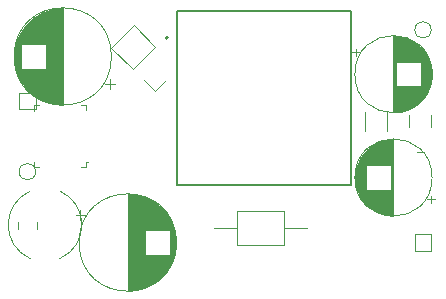
<source format=gbr>
%TF.GenerationSoftware,KiCad,Pcbnew,(5.1.12)-1*%
%TF.CreationDate,2022-05-04T12:53:07+05:30*%
%TF.ProjectId,5V3.5W,3556332e-3557-42e6-9b69-6361645f7063,rev?*%
%TF.SameCoordinates,Original*%
%TF.FileFunction,Legend,Top*%
%TF.FilePolarity,Positive*%
%FSLAX46Y46*%
G04 Gerber Fmt 4.6, Leading zero omitted, Abs format (unit mm)*
G04 Created by KiCad (PCBNEW (5.1.12)-1) date 2022-05-04 12:53:07*
%MOMM*%
%LPD*%
G01*
G04 APERTURE LIST*
%ADD10C,0.120000*%
%ADD11C,0.100000*%
%ADD12C,0.127000*%
%ADD13C,0.200000*%
G04 APERTURE END LIST*
D10*
%TO.C,C1*%
X100990302Y-155285000D02*
X100990302Y-156085000D01*
X100590302Y-155685000D02*
X101390302Y-155685000D01*
X109081000Y-157467000D02*
X109081000Y-158533000D01*
X109041000Y-157232000D02*
X109041000Y-158768000D01*
X109001000Y-157052000D02*
X109001000Y-158948000D01*
X108961000Y-156902000D02*
X108961000Y-159098000D01*
X108921000Y-156771000D02*
X108921000Y-159229000D01*
X108881000Y-156654000D02*
X108881000Y-159346000D01*
X108841000Y-156547000D02*
X108841000Y-159453000D01*
X108801000Y-156448000D02*
X108801000Y-159552000D01*
X108761000Y-156355000D02*
X108761000Y-159645000D01*
X108721000Y-156269000D02*
X108721000Y-159731000D01*
X108681000Y-156187000D02*
X108681000Y-159813000D01*
X108641000Y-156110000D02*
X108641000Y-159890000D01*
X108601000Y-156036000D02*
X108601000Y-159964000D01*
X108561000Y-155966000D02*
X108561000Y-160034000D01*
X108521000Y-159040000D02*
X108521000Y-160102000D01*
X108521000Y-155898000D02*
X108521000Y-156960000D01*
X108481000Y-159040000D02*
X108481000Y-160166000D01*
X108481000Y-155834000D02*
X108481000Y-156960000D01*
X108441000Y-159040000D02*
X108441000Y-160228000D01*
X108441000Y-155772000D02*
X108441000Y-156960000D01*
X108401000Y-159040000D02*
X108401000Y-160287000D01*
X108401000Y-155713000D02*
X108401000Y-156960000D01*
X108361000Y-159040000D02*
X108361000Y-160345000D01*
X108361000Y-155655000D02*
X108361000Y-156960000D01*
X108321000Y-159040000D02*
X108321000Y-160400000D01*
X108321000Y-155600000D02*
X108321000Y-156960000D01*
X108281000Y-159040000D02*
X108281000Y-160454000D01*
X108281000Y-155546000D02*
X108281000Y-156960000D01*
X108241000Y-159040000D02*
X108241000Y-160505000D01*
X108241000Y-155495000D02*
X108241000Y-156960000D01*
X108201000Y-159040000D02*
X108201000Y-160556000D01*
X108201000Y-155444000D02*
X108201000Y-156960000D01*
X108161000Y-159040000D02*
X108161000Y-160604000D01*
X108161000Y-155396000D02*
X108161000Y-156960000D01*
X108121000Y-159040000D02*
X108121000Y-160651000D01*
X108121000Y-155349000D02*
X108121000Y-156960000D01*
X108081000Y-159040000D02*
X108081000Y-160697000D01*
X108081000Y-155303000D02*
X108081000Y-156960000D01*
X108041000Y-159040000D02*
X108041000Y-160741000D01*
X108041000Y-155259000D02*
X108041000Y-156960000D01*
X108001000Y-159040000D02*
X108001000Y-160784000D01*
X108001000Y-155216000D02*
X108001000Y-156960000D01*
X107961000Y-159040000D02*
X107961000Y-160826000D01*
X107961000Y-155174000D02*
X107961000Y-156960000D01*
X107921000Y-159040000D02*
X107921000Y-160867000D01*
X107921000Y-155133000D02*
X107921000Y-156960000D01*
X107881000Y-159040000D02*
X107881000Y-160907000D01*
X107881000Y-155093000D02*
X107881000Y-156960000D01*
X107841000Y-159040000D02*
X107841000Y-160945000D01*
X107841000Y-155055000D02*
X107841000Y-156960000D01*
X107801000Y-159040000D02*
X107801000Y-160983000D01*
X107801000Y-155017000D02*
X107801000Y-156960000D01*
X107761000Y-159040000D02*
X107761000Y-161019000D01*
X107761000Y-154981000D02*
X107761000Y-156960000D01*
X107721000Y-159040000D02*
X107721000Y-161055000D01*
X107721000Y-154945000D02*
X107721000Y-156960000D01*
X107681000Y-159040000D02*
X107681000Y-161090000D01*
X107681000Y-154910000D02*
X107681000Y-156960000D01*
X107641000Y-159040000D02*
X107641000Y-161124000D01*
X107641000Y-154876000D02*
X107641000Y-156960000D01*
X107601000Y-159040000D02*
X107601000Y-161156000D01*
X107601000Y-154844000D02*
X107601000Y-156960000D01*
X107561000Y-159040000D02*
X107561000Y-161189000D01*
X107561000Y-154811000D02*
X107561000Y-156960000D01*
X107521000Y-159040000D02*
X107521000Y-161220000D01*
X107521000Y-154780000D02*
X107521000Y-156960000D01*
X107481000Y-159040000D02*
X107481000Y-161250000D01*
X107481000Y-154750000D02*
X107481000Y-156960000D01*
X107441000Y-159040000D02*
X107441000Y-161280000D01*
X107441000Y-154720000D02*
X107441000Y-156960000D01*
X107401000Y-159040000D02*
X107401000Y-161309000D01*
X107401000Y-154691000D02*
X107401000Y-156960000D01*
X107361000Y-159040000D02*
X107361000Y-161338000D01*
X107361000Y-154662000D02*
X107361000Y-156960000D01*
X107321000Y-159040000D02*
X107321000Y-161365000D01*
X107321000Y-154635000D02*
X107321000Y-156960000D01*
X107281000Y-159040000D02*
X107281000Y-161392000D01*
X107281000Y-154608000D02*
X107281000Y-156960000D01*
X107241000Y-159040000D02*
X107241000Y-161418000D01*
X107241000Y-154582000D02*
X107241000Y-156960000D01*
X107201000Y-159040000D02*
X107201000Y-161444000D01*
X107201000Y-154556000D02*
X107201000Y-156960000D01*
X107161000Y-159040000D02*
X107161000Y-161469000D01*
X107161000Y-154531000D02*
X107161000Y-156960000D01*
X107121000Y-159040000D02*
X107121000Y-161493000D01*
X107121000Y-154507000D02*
X107121000Y-156960000D01*
X107081000Y-159040000D02*
X107081000Y-161517000D01*
X107081000Y-154483000D02*
X107081000Y-156960000D01*
X107041000Y-159040000D02*
X107041000Y-161540000D01*
X107041000Y-154460000D02*
X107041000Y-156960000D01*
X107001000Y-159040000D02*
X107001000Y-161562000D01*
X107001000Y-154438000D02*
X107001000Y-156960000D01*
X106961000Y-159040000D02*
X106961000Y-161584000D01*
X106961000Y-154416000D02*
X106961000Y-156960000D01*
X106921000Y-159040000D02*
X106921000Y-161606000D01*
X106921000Y-154394000D02*
X106921000Y-156960000D01*
X106881000Y-159040000D02*
X106881000Y-161627000D01*
X106881000Y-154373000D02*
X106881000Y-156960000D01*
X106841000Y-159040000D02*
X106841000Y-161647000D01*
X106841000Y-154353000D02*
X106841000Y-156960000D01*
X106801000Y-159040000D02*
X106801000Y-161666000D01*
X106801000Y-154334000D02*
X106801000Y-156960000D01*
X106761000Y-159040000D02*
X106761000Y-161686000D01*
X106761000Y-154314000D02*
X106761000Y-156960000D01*
X106721000Y-159040000D02*
X106721000Y-161704000D01*
X106721000Y-154296000D02*
X106721000Y-156960000D01*
X106681000Y-159040000D02*
X106681000Y-161722000D01*
X106681000Y-154278000D02*
X106681000Y-156960000D01*
X106641000Y-159040000D02*
X106641000Y-161740000D01*
X106641000Y-154260000D02*
X106641000Y-156960000D01*
X106601000Y-159040000D02*
X106601000Y-161757000D01*
X106601000Y-154243000D02*
X106601000Y-156960000D01*
X106561000Y-159040000D02*
X106561000Y-161774000D01*
X106561000Y-154226000D02*
X106561000Y-156960000D01*
X106521000Y-159040000D02*
X106521000Y-161790000D01*
X106521000Y-154210000D02*
X106521000Y-156960000D01*
X106481000Y-159040000D02*
X106481000Y-161805000D01*
X106481000Y-154195000D02*
X106481000Y-156960000D01*
X106441000Y-154179000D02*
X106441000Y-161821000D01*
X106401000Y-154165000D02*
X106401000Y-161835000D01*
X106361000Y-154150000D02*
X106361000Y-161850000D01*
X106321000Y-154137000D02*
X106321000Y-161863000D01*
X106281000Y-154123000D02*
X106281000Y-161877000D01*
X106241000Y-154111000D02*
X106241000Y-161889000D01*
X106201000Y-154098000D02*
X106201000Y-161902000D01*
X106161000Y-154086000D02*
X106161000Y-161914000D01*
X106121000Y-154075000D02*
X106121000Y-161925000D01*
X106081000Y-154064000D02*
X106081000Y-161936000D01*
X106041000Y-154053000D02*
X106041000Y-161947000D01*
X106001000Y-154043000D02*
X106001000Y-161957000D01*
X105961000Y-154033000D02*
X105961000Y-161967000D01*
X105921000Y-154024000D02*
X105921000Y-161976000D01*
X105881000Y-154015000D02*
X105881000Y-161985000D01*
X105841000Y-154006000D02*
X105841000Y-161994000D01*
X105801000Y-153998000D02*
X105801000Y-162002000D01*
X105761000Y-153990000D02*
X105761000Y-162010000D01*
X105721000Y-153983000D02*
X105721000Y-162017000D01*
X105680000Y-153976000D02*
X105680000Y-162024000D01*
X105640000Y-153970000D02*
X105640000Y-162030000D01*
X105600000Y-153963000D02*
X105600000Y-162037000D01*
X105560000Y-153958000D02*
X105560000Y-162042000D01*
X105520000Y-153952000D02*
X105520000Y-162048000D01*
X105480000Y-153948000D02*
X105480000Y-162052000D01*
X105440000Y-153943000D02*
X105440000Y-162057000D01*
X105400000Y-153939000D02*
X105400000Y-162061000D01*
X105360000Y-153935000D02*
X105360000Y-162065000D01*
X105320000Y-153932000D02*
X105320000Y-162068000D01*
X105280000Y-153929000D02*
X105280000Y-162071000D01*
X105240000Y-153926000D02*
X105240000Y-162074000D01*
X105200000Y-153924000D02*
X105200000Y-162076000D01*
X105160000Y-153923000D02*
X105160000Y-162077000D01*
X105120000Y-153921000D02*
X105120000Y-162079000D01*
X105080000Y-153920000D02*
X105080000Y-162080000D01*
X105040000Y-153920000D02*
X105040000Y-162080000D01*
X105000000Y-153920000D02*
X105000000Y-162080000D01*
X109120000Y-158000000D02*
G75*
G03*
X109120000Y-158000000I-4120000J0D01*
G01*
%TO.C,C2*%
X103620000Y-142250000D02*
G75*
G03*
X103620000Y-142250000I-4120000J0D01*
G01*
X99500000Y-146330000D02*
X99500000Y-138170000D01*
X99460000Y-146330000D02*
X99460000Y-138170000D01*
X99420000Y-146330000D02*
X99420000Y-138170000D01*
X99380000Y-146329000D02*
X99380000Y-138171000D01*
X99340000Y-146327000D02*
X99340000Y-138173000D01*
X99300000Y-146326000D02*
X99300000Y-138174000D01*
X99260000Y-146324000D02*
X99260000Y-138176000D01*
X99220000Y-146321000D02*
X99220000Y-138179000D01*
X99180000Y-146318000D02*
X99180000Y-138182000D01*
X99140000Y-146315000D02*
X99140000Y-138185000D01*
X99100000Y-146311000D02*
X99100000Y-138189000D01*
X99060000Y-146307000D02*
X99060000Y-138193000D01*
X99020000Y-146302000D02*
X99020000Y-138198000D01*
X98980000Y-146298000D02*
X98980000Y-138202000D01*
X98940000Y-146292000D02*
X98940000Y-138208000D01*
X98900000Y-146287000D02*
X98900000Y-138213000D01*
X98860000Y-146280000D02*
X98860000Y-138220000D01*
X98820000Y-146274000D02*
X98820000Y-138226000D01*
X98779000Y-146267000D02*
X98779000Y-138233000D01*
X98739000Y-146260000D02*
X98739000Y-138240000D01*
X98699000Y-146252000D02*
X98699000Y-138248000D01*
X98659000Y-146244000D02*
X98659000Y-138256000D01*
X98619000Y-146235000D02*
X98619000Y-138265000D01*
X98579000Y-146226000D02*
X98579000Y-138274000D01*
X98539000Y-146217000D02*
X98539000Y-138283000D01*
X98499000Y-146207000D02*
X98499000Y-138293000D01*
X98459000Y-146197000D02*
X98459000Y-138303000D01*
X98419000Y-146186000D02*
X98419000Y-138314000D01*
X98379000Y-146175000D02*
X98379000Y-138325000D01*
X98339000Y-146164000D02*
X98339000Y-138336000D01*
X98299000Y-146152000D02*
X98299000Y-138348000D01*
X98259000Y-146139000D02*
X98259000Y-138361000D01*
X98219000Y-146127000D02*
X98219000Y-138373000D01*
X98179000Y-146113000D02*
X98179000Y-138387000D01*
X98139000Y-146100000D02*
X98139000Y-138400000D01*
X98099000Y-146085000D02*
X98099000Y-138415000D01*
X98059000Y-146071000D02*
X98059000Y-138429000D01*
X98019000Y-146055000D02*
X98019000Y-143290000D01*
X98019000Y-141210000D02*
X98019000Y-138445000D01*
X97979000Y-146040000D02*
X97979000Y-143290000D01*
X97979000Y-141210000D02*
X97979000Y-138460000D01*
X97939000Y-146024000D02*
X97939000Y-143290000D01*
X97939000Y-141210000D02*
X97939000Y-138476000D01*
X97899000Y-146007000D02*
X97899000Y-143290000D01*
X97899000Y-141210000D02*
X97899000Y-138493000D01*
X97859000Y-145990000D02*
X97859000Y-143290000D01*
X97859000Y-141210000D02*
X97859000Y-138510000D01*
X97819000Y-145972000D02*
X97819000Y-143290000D01*
X97819000Y-141210000D02*
X97819000Y-138528000D01*
X97779000Y-145954000D02*
X97779000Y-143290000D01*
X97779000Y-141210000D02*
X97779000Y-138546000D01*
X97739000Y-145936000D02*
X97739000Y-143290000D01*
X97739000Y-141210000D02*
X97739000Y-138564000D01*
X97699000Y-145916000D02*
X97699000Y-143290000D01*
X97699000Y-141210000D02*
X97699000Y-138584000D01*
X97659000Y-145897000D02*
X97659000Y-143290000D01*
X97659000Y-141210000D02*
X97659000Y-138603000D01*
X97619000Y-145877000D02*
X97619000Y-143290000D01*
X97619000Y-141210000D02*
X97619000Y-138623000D01*
X97579000Y-145856000D02*
X97579000Y-143290000D01*
X97579000Y-141210000D02*
X97579000Y-138644000D01*
X97539000Y-145834000D02*
X97539000Y-143290000D01*
X97539000Y-141210000D02*
X97539000Y-138666000D01*
X97499000Y-145812000D02*
X97499000Y-143290000D01*
X97499000Y-141210000D02*
X97499000Y-138688000D01*
X97459000Y-145790000D02*
X97459000Y-143290000D01*
X97459000Y-141210000D02*
X97459000Y-138710000D01*
X97419000Y-145767000D02*
X97419000Y-143290000D01*
X97419000Y-141210000D02*
X97419000Y-138733000D01*
X97379000Y-145743000D02*
X97379000Y-143290000D01*
X97379000Y-141210000D02*
X97379000Y-138757000D01*
X97339000Y-145719000D02*
X97339000Y-143290000D01*
X97339000Y-141210000D02*
X97339000Y-138781000D01*
X97299000Y-145694000D02*
X97299000Y-143290000D01*
X97299000Y-141210000D02*
X97299000Y-138806000D01*
X97259000Y-145668000D02*
X97259000Y-143290000D01*
X97259000Y-141210000D02*
X97259000Y-138832000D01*
X97219000Y-145642000D02*
X97219000Y-143290000D01*
X97219000Y-141210000D02*
X97219000Y-138858000D01*
X97179000Y-145615000D02*
X97179000Y-143290000D01*
X97179000Y-141210000D02*
X97179000Y-138885000D01*
X97139000Y-145588000D02*
X97139000Y-143290000D01*
X97139000Y-141210000D02*
X97139000Y-138912000D01*
X97099000Y-145559000D02*
X97099000Y-143290000D01*
X97099000Y-141210000D02*
X97099000Y-138941000D01*
X97059000Y-145530000D02*
X97059000Y-143290000D01*
X97059000Y-141210000D02*
X97059000Y-138970000D01*
X97019000Y-145500000D02*
X97019000Y-143290000D01*
X97019000Y-141210000D02*
X97019000Y-139000000D01*
X96979000Y-145470000D02*
X96979000Y-143290000D01*
X96979000Y-141210000D02*
X96979000Y-139030000D01*
X96939000Y-145439000D02*
X96939000Y-143290000D01*
X96939000Y-141210000D02*
X96939000Y-139061000D01*
X96899000Y-145406000D02*
X96899000Y-143290000D01*
X96899000Y-141210000D02*
X96899000Y-139094000D01*
X96859000Y-145374000D02*
X96859000Y-143290000D01*
X96859000Y-141210000D02*
X96859000Y-139126000D01*
X96819000Y-145340000D02*
X96819000Y-143290000D01*
X96819000Y-141210000D02*
X96819000Y-139160000D01*
X96779000Y-145305000D02*
X96779000Y-143290000D01*
X96779000Y-141210000D02*
X96779000Y-139195000D01*
X96739000Y-145269000D02*
X96739000Y-143290000D01*
X96739000Y-141210000D02*
X96739000Y-139231000D01*
X96699000Y-145233000D02*
X96699000Y-143290000D01*
X96699000Y-141210000D02*
X96699000Y-139267000D01*
X96659000Y-145195000D02*
X96659000Y-143290000D01*
X96659000Y-141210000D02*
X96659000Y-139305000D01*
X96619000Y-145157000D02*
X96619000Y-143290000D01*
X96619000Y-141210000D02*
X96619000Y-139343000D01*
X96579000Y-145117000D02*
X96579000Y-143290000D01*
X96579000Y-141210000D02*
X96579000Y-139383000D01*
X96539000Y-145076000D02*
X96539000Y-143290000D01*
X96539000Y-141210000D02*
X96539000Y-139424000D01*
X96499000Y-145034000D02*
X96499000Y-143290000D01*
X96499000Y-141210000D02*
X96499000Y-139466000D01*
X96459000Y-144991000D02*
X96459000Y-143290000D01*
X96459000Y-141210000D02*
X96459000Y-139509000D01*
X96419000Y-144947000D02*
X96419000Y-143290000D01*
X96419000Y-141210000D02*
X96419000Y-139553000D01*
X96379000Y-144901000D02*
X96379000Y-143290000D01*
X96379000Y-141210000D02*
X96379000Y-139599000D01*
X96339000Y-144854000D02*
X96339000Y-143290000D01*
X96339000Y-141210000D02*
X96339000Y-139646000D01*
X96299000Y-144806000D02*
X96299000Y-143290000D01*
X96299000Y-141210000D02*
X96299000Y-139694000D01*
X96259000Y-144755000D02*
X96259000Y-143290000D01*
X96259000Y-141210000D02*
X96259000Y-139745000D01*
X96219000Y-144704000D02*
X96219000Y-143290000D01*
X96219000Y-141210000D02*
X96219000Y-139796000D01*
X96179000Y-144650000D02*
X96179000Y-143290000D01*
X96179000Y-141210000D02*
X96179000Y-139850000D01*
X96139000Y-144595000D02*
X96139000Y-143290000D01*
X96139000Y-141210000D02*
X96139000Y-139905000D01*
X96099000Y-144537000D02*
X96099000Y-143290000D01*
X96099000Y-141210000D02*
X96099000Y-139963000D01*
X96059000Y-144478000D02*
X96059000Y-143290000D01*
X96059000Y-141210000D02*
X96059000Y-140022000D01*
X96019000Y-144416000D02*
X96019000Y-143290000D01*
X96019000Y-141210000D02*
X96019000Y-140084000D01*
X95979000Y-144352000D02*
X95979000Y-143290000D01*
X95979000Y-141210000D02*
X95979000Y-140148000D01*
X95939000Y-144284000D02*
X95939000Y-140216000D01*
X95899000Y-144214000D02*
X95899000Y-140286000D01*
X95859000Y-144140000D02*
X95859000Y-140360000D01*
X95819000Y-144063000D02*
X95819000Y-140437000D01*
X95779000Y-143981000D02*
X95779000Y-140519000D01*
X95739000Y-143895000D02*
X95739000Y-140605000D01*
X95699000Y-143802000D02*
X95699000Y-140698000D01*
X95659000Y-143703000D02*
X95659000Y-140797000D01*
X95619000Y-143596000D02*
X95619000Y-140904000D01*
X95579000Y-143479000D02*
X95579000Y-141021000D01*
X95539000Y-143348000D02*
X95539000Y-141152000D01*
X95499000Y-143198000D02*
X95499000Y-141302000D01*
X95459000Y-143018000D02*
X95459000Y-141482000D01*
X95419000Y-142783000D02*
X95419000Y-141717000D01*
X103909698Y-144565000D02*
X103109698Y-144565000D01*
X103509698Y-144965000D02*
X103509698Y-144165000D01*
%TO.C,C5*%
X118270000Y-158170000D02*
X118270000Y-155330000D01*
X118270000Y-155330000D02*
X114230000Y-155330000D01*
X114230000Y-155330000D02*
X114230000Y-158170000D01*
X114230000Y-158170000D02*
X118270000Y-158170000D01*
X120210000Y-156750000D02*
X118270000Y-156750000D01*
X112290000Y-156750000D02*
X114230000Y-156750000D01*
%TO.C,C6*%
X124314759Y-141596000D02*
X124314759Y-142226000D01*
X123999759Y-141911000D02*
X124629759Y-141911000D01*
X130741000Y-143348000D02*
X130741000Y-144152000D01*
X130701000Y-143117000D02*
X130701000Y-144383000D01*
X130661000Y-142948000D02*
X130661000Y-144552000D01*
X130621000Y-142810000D02*
X130621000Y-144690000D01*
X130581000Y-142691000D02*
X130581000Y-144809000D01*
X130541000Y-142585000D02*
X130541000Y-144915000D01*
X130501000Y-142488000D02*
X130501000Y-145012000D01*
X130461000Y-142400000D02*
X130461000Y-145100000D01*
X130421000Y-142318000D02*
X130421000Y-145182000D01*
X130381000Y-142241000D02*
X130381000Y-145259000D01*
X130341000Y-142169000D02*
X130341000Y-145331000D01*
X130301000Y-142100000D02*
X130301000Y-145400000D01*
X130261000Y-142036000D02*
X130261000Y-145464000D01*
X130221000Y-141974000D02*
X130221000Y-145526000D01*
X130181000Y-141916000D02*
X130181000Y-145584000D01*
X130141000Y-141860000D02*
X130141000Y-145640000D01*
X130101000Y-141806000D02*
X130101000Y-145694000D01*
X130061000Y-141755000D02*
X130061000Y-145745000D01*
X130021000Y-141706000D02*
X130021000Y-145794000D01*
X129981000Y-141658000D02*
X129981000Y-145842000D01*
X129941000Y-141613000D02*
X129941000Y-145887000D01*
X129901000Y-141568000D02*
X129901000Y-145932000D01*
X129861000Y-141526000D02*
X129861000Y-145974000D01*
X129821000Y-141485000D02*
X129821000Y-146015000D01*
X129781000Y-144790000D02*
X129781000Y-146055000D01*
X129781000Y-141445000D02*
X129781000Y-142710000D01*
X129741000Y-144790000D02*
X129741000Y-146093000D01*
X129741000Y-141407000D02*
X129741000Y-142710000D01*
X129701000Y-144790000D02*
X129701000Y-146130000D01*
X129701000Y-141370000D02*
X129701000Y-142710000D01*
X129661000Y-144790000D02*
X129661000Y-146166000D01*
X129661000Y-141334000D02*
X129661000Y-142710000D01*
X129621000Y-144790000D02*
X129621000Y-146200000D01*
X129621000Y-141300000D02*
X129621000Y-142710000D01*
X129581000Y-144790000D02*
X129581000Y-146234000D01*
X129581000Y-141266000D02*
X129581000Y-142710000D01*
X129541000Y-144790000D02*
X129541000Y-146266000D01*
X129541000Y-141234000D02*
X129541000Y-142710000D01*
X129501000Y-144790000D02*
X129501000Y-146298000D01*
X129501000Y-141202000D02*
X129501000Y-142710000D01*
X129461000Y-144790000D02*
X129461000Y-146328000D01*
X129461000Y-141172000D02*
X129461000Y-142710000D01*
X129421000Y-144790000D02*
X129421000Y-146357000D01*
X129421000Y-141143000D02*
X129421000Y-142710000D01*
X129381000Y-144790000D02*
X129381000Y-146386000D01*
X129381000Y-141114000D02*
X129381000Y-142710000D01*
X129341000Y-144790000D02*
X129341000Y-146414000D01*
X129341000Y-141086000D02*
X129341000Y-142710000D01*
X129301000Y-144790000D02*
X129301000Y-146440000D01*
X129301000Y-141060000D02*
X129301000Y-142710000D01*
X129261000Y-144790000D02*
X129261000Y-146466000D01*
X129261000Y-141034000D02*
X129261000Y-142710000D01*
X129221000Y-144790000D02*
X129221000Y-146492000D01*
X129221000Y-141008000D02*
X129221000Y-142710000D01*
X129181000Y-144790000D02*
X129181000Y-146516000D01*
X129181000Y-140984000D02*
X129181000Y-142710000D01*
X129141000Y-144790000D02*
X129141000Y-146540000D01*
X129141000Y-140960000D02*
X129141000Y-142710000D01*
X129101000Y-144790000D02*
X129101000Y-146562000D01*
X129101000Y-140938000D02*
X129101000Y-142710000D01*
X129061000Y-144790000D02*
X129061000Y-146584000D01*
X129061000Y-140916000D02*
X129061000Y-142710000D01*
X129021000Y-144790000D02*
X129021000Y-146606000D01*
X129021000Y-140894000D02*
X129021000Y-142710000D01*
X128981000Y-144790000D02*
X128981000Y-146626000D01*
X128981000Y-140874000D02*
X128981000Y-142710000D01*
X128941000Y-144790000D02*
X128941000Y-146646000D01*
X128941000Y-140854000D02*
X128941000Y-142710000D01*
X128901000Y-144790000D02*
X128901000Y-146666000D01*
X128901000Y-140834000D02*
X128901000Y-142710000D01*
X128861000Y-144790000D02*
X128861000Y-146684000D01*
X128861000Y-140816000D02*
X128861000Y-142710000D01*
X128821000Y-144790000D02*
X128821000Y-146702000D01*
X128821000Y-140798000D02*
X128821000Y-142710000D01*
X128781000Y-144790000D02*
X128781000Y-146720000D01*
X128781000Y-140780000D02*
X128781000Y-142710000D01*
X128741000Y-144790000D02*
X128741000Y-146736000D01*
X128741000Y-140764000D02*
X128741000Y-142710000D01*
X128701000Y-144790000D02*
X128701000Y-146752000D01*
X128701000Y-140748000D02*
X128701000Y-142710000D01*
X128661000Y-144790000D02*
X128661000Y-146768000D01*
X128661000Y-140732000D02*
X128661000Y-142710000D01*
X128621000Y-144790000D02*
X128621000Y-146783000D01*
X128621000Y-140717000D02*
X128621000Y-142710000D01*
X128581000Y-144790000D02*
X128581000Y-146797000D01*
X128581000Y-140703000D02*
X128581000Y-142710000D01*
X128541000Y-144790000D02*
X128541000Y-146811000D01*
X128541000Y-140689000D02*
X128541000Y-142710000D01*
X128501000Y-144790000D02*
X128501000Y-146824000D01*
X128501000Y-140676000D02*
X128501000Y-142710000D01*
X128461000Y-144790000D02*
X128461000Y-146836000D01*
X128461000Y-140664000D02*
X128461000Y-142710000D01*
X128421000Y-144790000D02*
X128421000Y-146848000D01*
X128421000Y-140652000D02*
X128421000Y-142710000D01*
X128381000Y-144790000D02*
X128381000Y-146860000D01*
X128381000Y-140640000D02*
X128381000Y-142710000D01*
X128341000Y-144790000D02*
X128341000Y-146871000D01*
X128341000Y-140629000D02*
X128341000Y-142710000D01*
X128301000Y-144790000D02*
X128301000Y-146881000D01*
X128301000Y-140619000D02*
X128301000Y-142710000D01*
X128261000Y-144790000D02*
X128261000Y-146891000D01*
X128261000Y-140609000D02*
X128261000Y-142710000D01*
X128221000Y-144790000D02*
X128221000Y-146900000D01*
X128221000Y-140600000D02*
X128221000Y-142710000D01*
X128180000Y-144790000D02*
X128180000Y-146909000D01*
X128180000Y-140591000D02*
X128180000Y-142710000D01*
X128140000Y-144790000D02*
X128140000Y-146917000D01*
X128140000Y-140583000D02*
X128140000Y-142710000D01*
X128100000Y-144790000D02*
X128100000Y-146925000D01*
X128100000Y-140575000D02*
X128100000Y-142710000D01*
X128060000Y-144790000D02*
X128060000Y-146932000D01*
X128060000Y-140568000D02*
X128060000Y-142710000D01*
X128020000Y-144790000D02*
X128020000Y-146939000D01*
X128020000Y-140561000D02*
X128020000Y-142710000D01*
X127980000Y-144790000D02*
X127980000Y-146945000D01*
X127980000Y-140555000D02*
X127980000Y-142710000D01*
X127940000Y-144790000D02*
X127940000Y-146951000D01*
X127940000Y-140549000D02*
X127940000Y-142710000D01*
X127900000Y-144790000D02*
X127900000Y-146956000D01*
X127900000Y-140544000D02*
X127900000Y-142710000D01*
X127860000Y-144790000D02*
X127860000Y-146961000D01*
X127860000Y-140539000D02*
X127860000Y-142710000D01*
X127820000Y-144790000D02*
X127820000Y-146965000D01*
X127820000Y-140535000D02*
X127820000Y-142710000D01*
X127780000Y-144790000D02*
X127780000Y-146968000D01*
X127780000Y-140532000D02*
X127780000Y-142710000D01*
X127740000Y-144790000D02*
X127740000Y-146972000D01*
X127740000Y-140528000D02*
X127740000Y-142710000D01*
X127700000Y-140526000D02*
X127700000Y-146974000D01*
X127660000Y-140523000D02*
X127660000Y-146977000D01*
X127620000Y-140522000D02*
X127620000Y-146978000D01*
X127580000Y-140520000D02*
X127580000Y-146980000D01*
X127540000Y-140520000D02*
X127540000Y-146980000D01*
X127500000Y-140520000D02*
X127500000Y-146980000D01*
X130770000Y-143750000D02*
G75*
G03*
X130770000Y-143750000I-3270000J0D01*
G01*
%TO.C,C7*%
X130770000Y-152500000D02*
G75*
G03*
X130770000Y-152500000I-3270000J0D01*
G01*
X127500000Y-155730000D02*
X127500000Y-149270000D01*
X127460000Y-155730000D02*
X127460000Y-149270000D01*
X127420000Y-155730000D02*
X127420000Y-149270000D01*
X127380000Y-155728000D02*
X127380000Y-149272000D01*
X127340000Y-155727000D02*
X127340000Y-149273000D01*
X127300000Y-155724000D02*
X127300000Y-149276000D01*
X127260000Y-155722000D02*
X127260000Y-153540000D01*
X127260000Y-151460000D02*
X127260000Y-149278000D01*
X127220000Y-155718000D02*
X127220000Y-153540000D01*
X127220000Y-151460000D02*
X127220000Y-149282000D01*
X127180000Y-155715000D02*
X127180000Y-153540000D01*
X127180000Y-151460000D02*
X127180000Y-149285000D01*
X127140000Y-155711000D02*
X127140000Y-153540000D01*
X127140000Y-151460000D02*
X127140000Y-149289000D01*
X127100000Y-155706000D02*
X127100000Y-153540000D01*
X127100000Y-151460000D02*
X127100000Y-149294000D01*
X127060000Y-155701000D02*
X127060000Y-153540000D01*
X127060000Y-151460000D02*
X127060000Y-149299000D01*
X127020000Y-155695000D02*
X127020000Y-153540000D01*
X127020000Y-151460000D02*
X127020000Y-149305000D01*
X126980000Y-155689000D02*
X126980000Y-153540000D01*
X126980000Y-151460000D02*
X126980000Y-149311000D01*
X126940000Y-155682000D02*
X126940000Y-153540000D01*
X126940000Y-151460000D02*
X126940000Y-149318000D01*
X126900000Y-155675000D02*
X126900000Y-153540000D01*
X126900000Y-151460000D02*
X126900000Y-149325000D01*
X126860000Y-155667000D02*
X126860000Y-153540000D01*
X126860000Y-151460000D02*
X126860000Y-149333000D01*
X126820000Y-155659000D02*
X126820000Y-153540000D01*
X126820000Y-151460000D02*
X126820000Y-149341000D01*
X126779000Y-155650000D02*
X126779000Y-153540000D01*
X126779000Y-151460000D02*
X126779000Y-149350000D01*
X126739000Y-155641000D02*
X126739000Y-153540000D01*
X126739000Y-151460000D02*
X126739000Y-149359000D01*
X126699000Y-155631000D02*
X126699000Y-153540000D01*
X126699000Y-151460000D02*
X126699000Y-149369000D01*
X126659000Y-155621000D02*
X126659000Y-153540000D01*
X126659000Y-151460000D02*
X126659000Y-149379000D01*
X126619000Y-155610000D02*
X126619000Y-153540000D01*
X126619000Y-151460000D02*
X126619000Y-149390000D01*
X126579000Y-155598000D02*
X126579000Y-153540000D01*
X126579000Y-151460000D02*
X126579000Y-149402000D01*
X126539000Y-155586000D02*
X126539000Y-153540000D01*
X126539000Y-151460000D02*
X126539000Y-149414000D01*
X126499000Y-155574000D02*
X126499000Y-153540000D01*
X126499000Y-151460000D02*
X126499000Y-149426000D01*
X126459000Y-155561000D02*
X126459000Y-153540000D01*
X126459000Y-151460000D02*
X126459000Y-149439000D01*
X126419000Y-155547000D02*
X126419000Y-153540000D01*
X126419000Y-151460000D02*
X126419000Y-149453000D01*
X126379000Y-155533000D02*
X126379000Y-153540000D01*
X126379000Y-151460000D02*
X126379000Y-149467000D01*
X126339000Y-155518000D02*
X126339000Y-153540000D01*
X126339000Y-151460000D02*
X126339000Y-149482000D01*
X126299000Y-155502000D02*
X126299000Y-153540000D01*
X126299000Y-151460000D02*
X126299000Y-149498000D01*
X126259000Y-155486000D02*
X126259000Y-153540000D01*
X126259000Y-151460000D02*
X126259000Y-149514000D01*
X126219000Y-155470000D02*
X126219000Y-153540000D01*
X126219000Y-151460000D02*
X126219000Y-149530000D01*
X126179000Y-155452000D02*
X126179000Y-153540000D01*
X126179000Y-151460000D02*
X126179000Y-149548000D01*
X126139000Y-155434000D02*
X126139000Y-153540000D01*
X126139000Y-151460000D02*
X126139000Y-149566000D01*
X126099000Y-155416000D02*
X126099000Y-153540000D01*
X126099000Y-151460000D02*
X126099000Y-149584000D01*
X126059000Y-155396000D02*
X126059000Y-153540000D01*
X126059000Y-151460000D02*
X126059000Y-149604000D01*
X126019000Y-155376000D02*
X126019000Y-153540000D01*
X126019000Y-151460000D02*
X126019000Y-149624000D01*
X125979000Y-155356000D02*
X125979000Y-153540000D01*
X125979000Y-151460000D02*
X125979000Y-149644000D01*
X125939000Y-155334000D02*
X125939000Y-153540000D01*
X125939000Y-151460000D02*
X125939000Y-149666000D01*
X125899000Y-155312000D02*
X125899000Y-153540000D01*
X125899000Y-151460000D02*
X125899000Y-149688000D01*
X125859000Y-155290000D02*
X125859000Y-153540000D01*
X125859000Y-151460000D02*
X125859000Y-149710000D01*
X125819000Y-155266000D02*
X125819000Y-153540000D01*
X125819000Y-151460000D02*
X125819000Y-149734000D01*
X125779000Y-155242000D02*
X125779000Y-153540000D01*
X125779000Y-151460000D02*
X125779000Y-149758000D01*
X125739000Y-155216000D02*
X125739000Y-153540000D01*
X125739000Y-151460000D02*
X125739000Y-149784000D01*
X125699000Y-155190000D02*
X125699000Y-153540000D01*
X125699000Y-151460000D02*
X125699000Y-149810000D01*
X125659000Y-155164000D02*
X125659000Y-153540000D01*
X125659000Y-151460000D02*
X125659000Y-149836000D01*
X125619000Y-155136000D02*
X125619000Y-153540000D01*
X125619000Y-151460000D02*
X125619000Y-149864000D01*
X125579000Y-155107000D02*
X125579000Y-153540000D01*
X125579000Y-151460000D02*
X125579000Y-149893000D01*
X125539000Y-155078000D02*
X125539000Y-153540000D01*
X125539000Y-151460000D02*
X125539000Y-149922000D01*
X125499000Y-155048000D02*
X125499000Y-153540000D01*
X125499000Y-151460000D02*
X125499000Y-149952000D01*
X125459000Y-155016000D02*
X125459000Y-153540000D01*
X125459000Y-151460000D02*
X125459000Y-149984000D01*
X125419000Y-154984000D02*
X125419000Y-153540000D01*
X125419000Y-151460000D02*
X125419000Y-150016000D01*
X125379000Y-154950000D02*
X125379000Y-153540000D01*
X125379000Y-151460000D02*
X125379000Y-150050000D01*
X125339000Y-154916000D02*
X125339000Y-153540000D01*
X125339000Y-151460000D02*
X125339000Y-150084000D01*
X125299000Y-154880000D02*
X125299000Y-153540000D01*
X125299000Y-151460000D02*
X125299000Y-150120000D01*
X125259000Y-154843000D02*
X125259000Y-153540000D01*
X125259000Y-151460000D02*
X125259000Y-150157000D01*
X125219000Y-154805000D02*
X125219000Y-153540000D01*
X125219000Y-151460000D02*
X125219000Y-150195000D01*
X125179000Y-154765000D02*
X125179000Y-150235000D01*
X125139000Y-154724000D02*
X125139000Y-150276000D01*
X125099000Y-154682000D02*
X125099000Y-150318000D01*
X125059000Y-154637000D02*
X125059000Y-150363000D01*
X125019000Y-154592000D02*
X125019000Y-150408000D01*
X124979000Y-154544000D02*
X124979000Y-150456000D01*
X124939000Y-154495000D02*
X124939000Y-150505000D01*
X124899000Y-154444000D02*
X124899000Y-150556000D01*
X124859000Y-154390000D02*
X124859000Y-150610000D01*
X124819000Y-154334000D02*
X124819000Y-150666000D01*
X124779000Y-154276000D02*
X124779000Y-150724000D01*
X124739000Y-154214000D02*
X124739000Y-150786000D01*
X124699000Y-154150000D02*
X124699000Y-150850000D01*
X124659000Y-154081000D02*
X124659000Y-150919000D01*
X124619000Y-154009000D02*
X124619000Y-150991000D01*
X124579000Y-153932000D02*
X124579000Y-151068000D01*
X124539000Y-153850000D02*
X124539000Y-151150000D01*
X124499000Y-153762000D02*
X124499000Y-151238000D01*
X124459000Y-153665000D02*
X124459000Y-151335000D01*
X124419000Y-153559000D02*
X124419000Y-151441000D01*
X124379000Y-153440000D02*
X124379000Y-151560000D01*
X124339000Y-153302000D02*
X124339000Y-151698000D01*
X124299000Y-153133000D02*
X124299000Y-151867000D01*
X124259000Y-152902000D02*
X124259000Y-152098000D01*
X131000241Y-154339000D02*
X130370241Y-154339000D01*
X130685241Y-154654000D02*
X130685241Y-154024000D01*
D11*
%TO.C,D1*%
X101442020Y-151181860D02*
X101678240Y-151181860D01*
X101050000Y-151600000D02*
X101450000Y-151600000D01*
X101450000Y-151600000D02*
X101450000Y-151200000D01*
X101050000Y-146400000D02*
X101450000Y-146400000D01*
X101450000Y-146400000D02*
X101450000Y-146800000D01*
X97050000Y-151200000D02*
X97050000Y-151600000D01*
X97050000Y-151600000D02*
X97450000Y-151600000D01*
X97050000Y-146900000D02*
X97050000Y-146400000D01*
X97050000Y-146400000D02*
X97450000Y-146400000D01*
D10*
%TO.C,FB1*%
X125090000Y-148585242D02*
X125090000Y-146914758D01*
X126910000Y-148585242D02*
X126910000Y-146914758D01*
%TO.C,R1*%
X95700000Y-156230000D02*
X95700000Y-156830000D01*
X97300000Y-156250000D02*
X97300000Y-156850000D01*
%TO.C,TP1*%
X95800000Y-146700000D02*
X95800000Y-145300000D01*
X97200000Y-146700000D02*
X95800000Y-146700000D01*
X97200000Y-145300000D02*
X97200000Y-146700000D01*
X95800000Y-145300000D02*
X97200000Y-145300000D01*
%TO.C,TP2*%
X97200000Y-152000000D02*
G75*
G03*
X97200000Y-152000000I-700000J0D01*
G01*
%TO.C,TP3*%
X129300000Y-157300000D02*
X130700000Y-157300000D01*
X130700000Y-157300000D02*
X130700000Y-158700000D01*
X130700000Y-158700000D02*
X129300000Y-158700000D01*
X129300000Y-158700000D02*
X129300000Y-157300000D01*
%TO.C,TP4*%
X130700000Y-140000000D02*
G75*
G03*
X130700000Y-140000000I-700000J0D01*
G01*
D12*
%TO.C,U1*%
X109135000Y-138385000D02*
X123865000Y-138385000D01*
X109135000Y-153115000D02*
X109135000Y-138385000D01*
X123865000Y-153115000D02*
X109135000Y-153115000D01*
X123865000Y-138385000D02*
X123865000Y-153115000D01*
D13*
X108400000Y-140650000D02*
G75*
G03*
X108400000Y-140650000I-100000J0D01*
G01*
D11*
%TO.C,R7*%
X130050000Y-150300000D02*
X129450000Y-150300000D01*
X130050000Y-145100000D02*
X129450000Y-145100000D01*
X128850000Y-147700000D02*
X128850000Y-147200000D01*
X128850000Y-147700000D02*
X128850000Y-148200000D01*
X130650000Y-147700000D02*
X130650000Y-147200000D01*
X130650000Y-147700000D02*
X130650000Y-148200000D01*
D10*
%TO.C,L1*%
X96740000Y-153645740D02*
G75*
G03*
X96740000Y-159354260I1260000J-2854260D01*
G01*
X99260000Y-153645740D02*
G75*
G02*
X99260000Y-159354260I-1260000J-2854260D01*
G01*
%TO.C,C4*%
X107338477Y-141457573D02*
X105457573Y-143338477D01*
X107338477Y-141457573D02*
X105500000Y-139619096D01*
X105500000Y-139619096D02*
X103619096Y-141500000D01*
X105457573Y-143338477D02*
X103619096Y-141500000D01*
X107296051Y-145176955D02*
X106355599Y-144236503D01*
X108236503Y-144236503D02*
X107296051Y-145176955D01*
%TD*%
M02*

</source>
